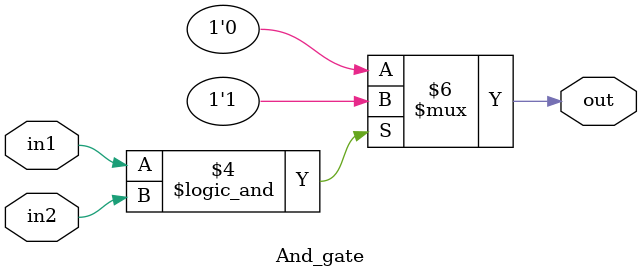
<source format=v>
module And_gate(out, in1, in2);
  input in1, in2;
  output out;
  reg out;
  reg temp1, temp2;
  always @(in1 or in2)
  begin
    if(in1 == 1 && in2 == 1)
      out = 1;
    else
      out = 0;
  end
endmodule

</source>
